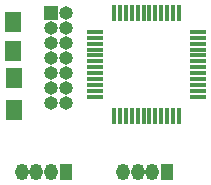
<source format=gbr>
G04 #@! TF.GenerationSoftware,KiCad,Pcbnew,(5.1.2)-2*
G04 #@! TF.CreationDate,2020-12-19T11:55:12-08:00*
G04 #@! TF.ProjectId,GrenadeConversion3,4772656e-6164-4654-936f-6e7665727369,rev?*
G04 #@! TF.SameCoordinates,Original*
G04 #@! TF.FileFunction,Soldermask,Top*
G04 #@! TF.FilePolarity,Negative*
%FSLAX46Y46*%
G04 Gerber Fmt 4.6, Leading zero omitted, Abs format (unit mm)*
G04 Created by KiCad (PCBNEW (5.1.2)-2) date 2020-12-19 11:55:12*
%MOMM*%
%LPD*%
G04 APERTURE LIST*
%ADD10R,1.401600X0.351600*%
%ADD11R,0.351600X1.401600*%
%ADD12O,1.152400X1.152400*%
%ADD13R,1.152400X1.152400*%
%ADD14R,1.402400X1.652400*%
%ADD15O,1.102400X1.402400*%
%ADD16R,1.102400X1.402400*%
%ADD17R,1.452400X1.652400*%
G04 APERTURE END LIST*
D10*
X120908000Y-92754000D03*
X120908000Y-93254000D03*
X120908000Y-93754000D03*
X120908000Y-94254000D03*
X120908000Y-94754000D03*
X120908000Y-95254000D03*
X120908000Y-95754000D03*
X120908000Y-96254000D03*
X120908000Y-96754000D03*
X120908000Y-97254000D03*
X120908000Y-97754000D03*
X120908000Y-98254000D03*
D11*
X119308000Y-99854000D03*
X118808000Y-99854000D03*
X118308000Y-99854000D03*
X117808000Y-99854000D03*
X117308000Y-99854000D03*
X116808000Y-99854000D03*
X116308000Y-99854000D03*
X115808000Y-99854000D03*
X115308000Y-99854000D03*
X114808000Y-99854000D03*
X114308000Y-99854000D03*
X113808000Y-99854000D03*
D10*
X112208000Y-98254000D03*
X112208000Y-97754000D03*
X112208000Y-97254000D03*
X112208000Y-96754000D03*
X112208000Y-96254000D03*
X112208000Y-95754000D03*
X112208000Y-95254000D03*
X112208000Y-94754000D03*
X112208000Y-94254000D03*
X112208000Y-93754000D03*
X112208000Y-93254000D03*
X112208000Y-92754000D03*
D11*
X113808000Y-91154000D03*
X114308000Y-91154000D03*
X114808000Y-91154000D03*
X115308000Y-91154000D03*
X115808000Y-91154000D03*
X116308000Y-91154000D03*
X116808000Y-91154000D03*
X117308000Y-91154000D03*
X117808000Y-91154000D03*
X118308000Y-91154000D03*
X118808000Y-91154000D03*
X119308000Y-91154000D03*
D12*
X109728000Y-98806000D03*
X108458000Y-98806000D03*
X109728000Y-97536000D03*
X108458000Y-97536000D03*
X109728000Y-96266000D03*
X108458000Y-96266000D03*
X109728000Y-94996000D03*
X108458000Y-94996000D03*
X109728000Y-93726000D03*
X108458000Y-93726000D03*
X109728000Y-92456000D03*
X108458000Y-92456000D03*
X109728000Y-91186000D03*
D13*
X108458000Y-91186000D03*
D14*
X105283000Y-94386400D03*
X105283000Y-91886400D03*
D15*
X114554000Y-104648000D03*
X115804000Y-104648000D03*
X117054000Y-104648000D03*
D16*
X118304000Y-104648000D03*
X109728000Y-104648000D03*
D15*
X108478000Y-104648000D03*
X107228000Y-104648000D03*
X105978000Y-104648000D03*
D17*
X105343960Y-96672400D03*
X105343960Y-99372400D03*
M02*

</source>
